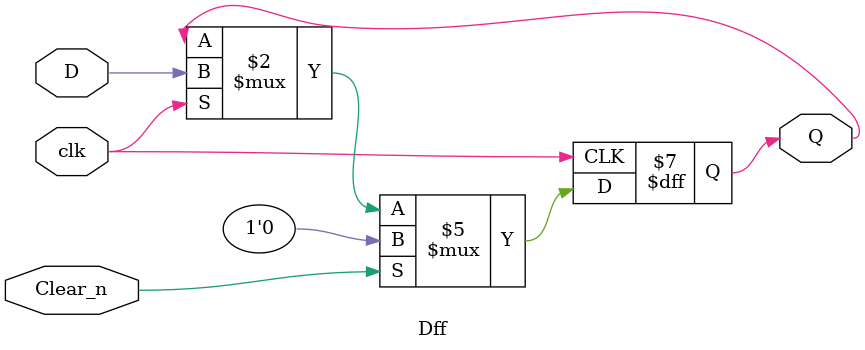
<source format=v>
`timescale 1ns / 1ps


module Dff(
    input D,
    input clk,
    input Clear_n,
    output reg Q
    );
    always @(posedge clk)
    if(Clear_n)
      Q <= 1'b0;
    else if (clk)
    begin
    Q <= D;
    end
endmodule

</source>
